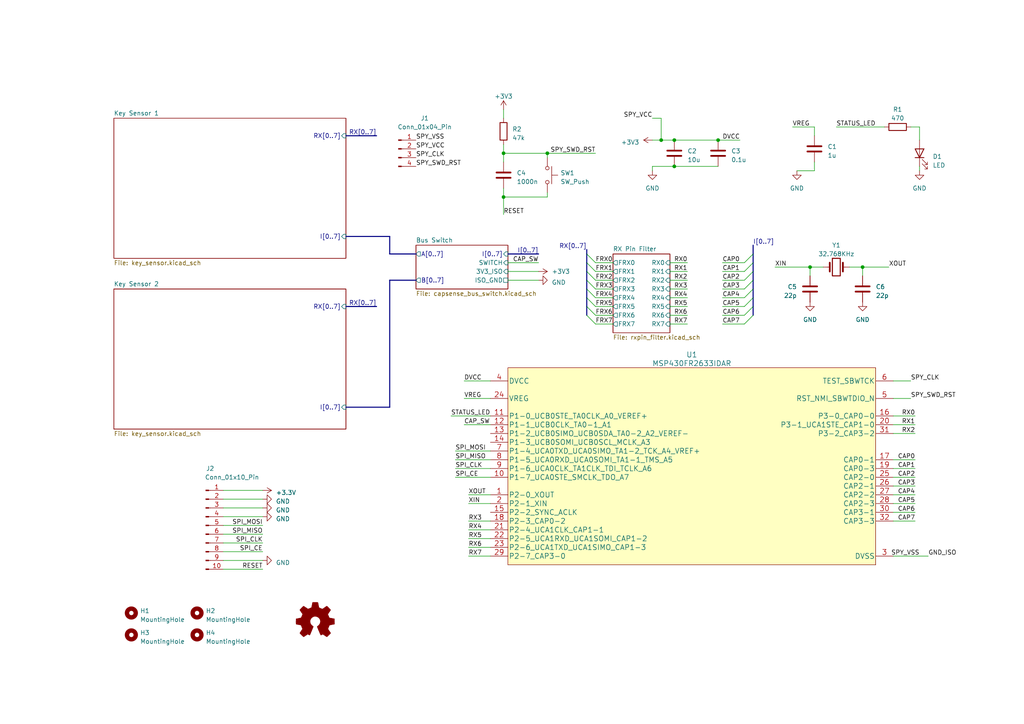
<source format=kicad_sch>
(kicad_sch (version 20230121) (generator eeschema)
  (paper "A4")
  (lib_symbols
    (symbol "2023-03-09_01-52-04:MSP430FR2633IDAR" (pin_names (offset 0.254))
      (property "Reference" "U" (at 0 34.544 0))
      (property "Value" "MSP430FR2633IDAR" (at 0 32.004 0))
      (symbol "MSP430FR2633IDAR_1_1"
        (rectangle (start -53.34 29.21) (end 53.34 -27.94) (fill (type background)))
        (pin bidirectional line (at -58.42 -7.62 0) (length 5.08) (name "P2-0_XOUT") (number "1"))
        (pin bidirectional line (at -58.42 -2.54 0) (length 5.08) (name "P1-7_UCA0STE_SMCLK_TDO_A7") (number "10"))
        (pin bidirectional line (at -58.42 15.24 0) (length 5.08) (name "P1-0_UCB0STE_TA0CLK_A0_VEREF+") (number "11"))
        (pin bidirectional line (at -58.42 12.7 0) (length 5.08) (name "P1-1_UCB0CLK_TA0-1_A1") (number "12"))
        (pin bidirectional line (at -58.42 10.16 0) (length 5.08) (name "P1-2_UCB0SIMO_UCB0SDA_TA0-2_A2_VEREF-") (number "13"))
        (pin bidirectional line (at -58.42 7.62 0) (length 5.08) (name "P1-3_UCB0SOMI_UCB0SCL_MCLK_A3") (number "14"))
        (pin bidirectional line (at -58.42 -12.7 0) (length 5.08) (name "P2-2_SYNC_ACLK") (number "15"))
        (pin bidirectional line (at 58.42 15.24 180) (length 5.08) (name "P3-0_CAP0-0") (number "16"))
        (pin unspecified line (at 58.42 2.54 180) (length 5.08) (name "CAP0-1") (number "17"))
        (pin bidirectional line (at -58.42 -15.24 0) (length 5.08) (name "P2-3_CAP0-2") (number "18"))
        (pin unspecified line (at 58.42 0 180) (length 5.08) (name "CAP0-3") (number "19"))
        (pin bidirectional line (at -58.42 -10.16 0) (length 5.08) (name "P2-1_XIN") (number "2"))
        (pin bidirectional line (at 58.42 12.7 180) (length 5.08) (name "P3-1_UCA1STE_CAP1-0") (number "20"))
        (pin bidirectional line (at -58.42 -17.78 0) (length 5.08) (name "P2-4_UCA1CLK_CAP1-1") (number "21"))
        (pin bidirectional line (at -58.42 -20.32 0) (length 5.08) (name "P2-5_UCA1RXD_UCA1SOMI_CAP1-2") (number "22"))
        (pin bidirectional line (at -58.42 -22.86 0) (length 5.08) (name "P2-6_UCA1TXD_UCA1SIMO_CAP1-3") (number "23"))
        (pin power_in line (at -58.42 20.32 0) (length 5.08) (name "VREG") (number "24"))
        (pin unspecified line (at 58.42 -2.54 180) (length 5.08) (name "CAP2-0") (number "25"))
        (pin unspecified line (at 58.42 -5.08 180) (length 5.08) (name "CAP2-1") (number "26"))
        (pin unspecified line (at 58.42 -7.62 180) (length 5.08) (name "CAP2-2") (number "27"))
        (pin unspecified line (at 58.42 -10.16 180) (length 5.08) (name "CAP2-3") (number "28"))
        (pin bidirectional line (at -58.42 -25.4 0) (length 5.08) (name "P2-7_CAP3-0") (number "29"))
        (pin power_in line (at 58.42 -25.4 180) (length 5.08) (name "DVSS") (number "3"))
        (pin unspecified line (at 58.42 -12.7 180) (length 5.08) (name "CAP3-1") (number "30"))
        (pin bidirectional line (at 58.42 10.16 180) (length 5.08) (name "P3-2_CAP3-2") (number "31"))
        (pin unspecified line (at 58.42 -15.24 180) (length 5.08) (name "CAP3-3") (number "32"))
        (pin power_in line (at -58.42 25.4 0) (length 5.08) (name "DVCC") (number "4"))
        (pin bidirectional line (at 58.42 20.32 180) (length 5.08) (name "RST_NMI_SBWTDIO_N") (number "5"))
        (pin input line (at 58.42 25.4 180) (length 5.08) (name "TEST_SBWTCK") (number "6"))
        (pin bidirectional line (at -58.42 5.08 0) (length 5.08) (name "P1-4_UCA0TXD_UCA0SIMO_TA1-2_TCK_A4_VREF+") (number "7"))
        (pin bidirectional line (at -58.42 2.54 0) (length 5.08) (name "P1-5_UCA0RXD_UCA0SOMI_TA1-1_TMS_A5") (number "8"))
        (pin bidirectional line (at -58.42 0 0) (length 5.08) (name "P1-6_UCA0CLK_TA1CLK_TDI_TCLK_A6") (number "9"))
      )
    )
    (symbol "Connector:Conn_01x04_Pin" (pin_names (offset 1.016) hide)
      (property "Reference" "J" (at 0 5.08 0))
      (property "Value" "Conn_01x04_Pin" (at 0 -7.62 0))
      (symbol "Conn_01x04_Pin_1_1"
        (polyline (pts (xy 1.27 -5.08) (xy 0.8636 -5.08)) (stroke (width 0.1524)))
        (polyline (pts (xy 1.27 -2.54) (xy 0.8636 -2.54)) (stroke (width 0.1524)))
        (polyline (pts (xy 1.27 0) (xy 0.8636 0)) (stroke (width 0.1524)))
        (polyline (pts (xy 1.27 2.54) (xy 0.8636 2.54)) (stroke (width 0.1524)))
        (rectangle (start 0.8636 -4.953) (end 0 -5.207) (stroke (width 0.1524)) (fill (type outline)))
        (rectangle (start 0.8636 -2.413) (end 0 -2.667) (stroke (width 0.1524)) (fill (type outline)))
        (rectangle (start 0.8636 0.127) (end 0 -0.127) (stroke (width 0.1524)) (fill (type outline)))
        (rectangle (start 0.8636 2.667) (end 0 2.413) (stroke (width 0.1524)) (fill (type outline)))
        (pin passive line (at 5.08 2.54 180) (length 3.81) (name "Pin_1") (number "1"))
        (pin passive line (at 5.08 0 180) (length 3.81) (name "Pin_2") (number "2"))
        (pin passive line (at 5.08 -2.54 180) (length 3.81) (name "Pin_3") (number "3"))
        (pin passive line (at 5.08 -5.08 180) (length 3.81) (name "Pin_4") (number "4"))
      )
    )
    (symbol "Connector:Conn_01x10_Pin" (pin_names (offset 1.016) hide)
      (property "Reference" "J" (at 0 12.7 0))
      (property "Value" "Conn_01x10_Pin" (at 0 -15.24 0))
      (symbol "Conn_01x10_Pin_1_1"
        (polyline (pts (xy 1.27 -12.7) (xy 0.8636 -12.7)) (stroke (width 0.1524)))
        (polyline (pts (xy 1.27 -10.16) (xy 0.8636 -10.16)) (stroke (width 0.1524)))
        (polyline (pts (xy 1.27 -7.62) (xy 0.8636 -7.62)) (stroke (width 0.1524)))
        (polyline (pts (xy 1.27 -5.08) (xy 0.8636 -5.08)) (stroke (width 0.1524)))
        (polyline (pts (xy 1.27 -2.54) (xy 0.8636 -2.54)) (stroke (width 0.1524)))
        (polyline (pts (xy 1.27 0) (xy 0.8636 0)) (stroke (width 0.1524)))
        (polyline (pts (xy 1.27 2.54) (xy 0.8636 2.54)) (stroke (width 0.1524)))
        (polyline (pts (xy 1.27 5.08) (xy 0.8636 5.08)) (stroke (width 0.1524)))
        (polyline (pts (xy 1.27 7.62) (xy 0.8636 7.62)) (stroke (width 0.1524)))
        (polyline (pts (xy 1.27 10.16) (xy 0.8636 10.16)) (stroke (width 0.1524)))
        (rectangle (start 0.8636 -12.573) (end 0 -12.827) (stroke (width 0.1524)) (fill (type outline)))
        (rectangle (start 0.8636 -10.033) (end 0 -10.287) (stroke (width 0.1524)) (fill (type outline)))
        (rectangle (start 0.8636 -7.493) (end 0 -7.747) (stroke (width 0.1524)) (fill (type outline)))
        (rectangle (start 0.8636 -4.953) (end 0 -5.207) (stroke (width 0.1524)) (fill (type outline)))
        (rectangle (start 0.8636 -2.413) (end 0 -2.667) (stroke (width 0.1524)) (fill (type outline)))
        (rectangle (start 0.8636 0.127) (end 0 -0.127) (stroke (width 0.1524)) (fill (type outline)))
        (rectangle (start 0.8636 2.667) (end 0 2.413) (stroke (width 0.1524)) (fill (type outline)))
        (rectangle (start 0.8636 5.207) (end 0 4.953) (stroke (width 0.1524)) (fill (type outline)))
        (rectangle (start 0.8636 7.747) (end 0 7.493) (stroke (width 0.1524)) (fill (type outline)))
        (rectangle (start 0.8636 10.287) (end 0 10.033) (stroke (width 0.1524)) (fill (type outline)))
        (pin passive line (at 5.08 10.16 180) (length 3.81) (name "Pin_1") (number "1"))
        (pin passive line (at 5.08 -12.7 180) (length 3.81) (name "Pin_10") (number "10"))
        (pin passive line (at 5.08 7.62 180) (length 3.81) (name "Pin_2") (number "2"))
        (pin passive line (at 5.08 5.08 180) (length 3.81) (name "Pin_3") (number "3"))
        (pin passive line (at 5.08 2.54 180) (length 3.81) (name "Pin_4") (number "4"))
        (pin passive line (at 5.08 0 180) (length 3.81) (name "Pin_5") (number "5"))
        (pin passive line (at 5.08 -2.54 180) (length 3.81) (name "Pin_6") (number "6"))
        (pin passive line (at 5.08 -5.08 180) (length 3.81) (name "Pin_7") (number "7"))
        (pin passive line (at 5.08 -7.62 180) (length 3.81) (name "Pin_8") (number "8"))
        (pin passive line (at 5.08 -10.16 180) (length 3.81) (name "Pin_9") (number "9"))
      )
    )
    (symbol "Device:C" (pin_numbers hide) (pin_names (offset 0.254))
      (property "Reference" "C" (at 0.635 2.54 0))
      (property "Value" "C" (at 0.635 -2.54 0))
      (symbol "C_0_1"
        (polyline (pts (xy -2.032 -0.762) (xy 2.032 -0.762)) (stroke (width 0.508)))
        (polyline (pts (xy -2.032 0.762) (xy 2.032 0.762)) (stroke (width 0.508)))
      )
      (symbol "C_1_1"
        (pin passive line (at 0 3.81 270) (length 2.794) (name "~") (number "1"))
        (pin passive line (at 0 -3.81 90) (length 2.794) (name "~") (number "2"))
      )
    )
    (symbol "Device:Crystal" (pin_numbers hide) (pin_names (offset 1.016) hide)
      (property "Reference" "Y" (at 0 3.81 0))
      (property "Value" "Crystal" (at 0 -3.81 0))
      (symbol "Crystal_0_1"
        (rectangle (start -1.143 2.54) (end 1.143 -2.54) (stroke (width 0.3048)))
        (polyline (pts (xy -2.54 0) (xy -1.905 0)))
        (polyline (pts (xy -1.905 -1.27) (xy -1.905 1.27)) (stroke (width 0.508)))
        (polyline (pts (xy 1.905 -1.27) (xy 1.905 1.27)) (stroke (width 0.508)))
        (polyline (pts (xy 2.54 0) (xy 1.905 0)))
      )
      (symbol "Crystal_1_1"
        (pin passive line (at -3.81 0 0) (length 1.27) (name "1") (number "1"))
        (pin passive line (at 3.81 0 180) (length 1.27) (name "2") (number "2"))
      )
    )
    (symbol "Device:LED" (pin_numbers hide) (pin_names (offset 1.016) hide)
      (property "Reference" "D" (at 0 2.54 0))
      (property "Value" "LED" (at 0 -2.54 0))
      (symbol "LED_0_1"
        (polyline (pts (xy -1.27 -1.27) (xy -1.27 1.27)) (stroke (width 0.254)))
        (polyline (pts (xy -1.27 0) (xy 1.27 0)))
        (polyline (pts (xy 1.27 -1.27) (xy 1.27 1.27) (xy -1.27 0) (xy 1.27 -1.27)) (stroke (width 0.254)))
        (polyline (pts (xy -3.048 -0.762) (xy -4.572 -2.286) (xy -3.81 -2.286) (xy -4.572 -2.286) (xy -4.572 -1.524)))
        (polyline (pts (xy -1.778 -0.762) (xy -3.302 -2.286) (xy -2.54 -2.286) (xy -3.302 -2.286) (xy -3.302 -1.524)))
      )
      (symbol "LED_1_1"
        (pin passive line (at -3.81 0 0) (length 2.54) (name "K") (number "1"))
        (pin passive line (at 3.81 0 180) (length 2.54) (name "A") (number "2"))
      )
    )
    (symbol "Device:R" (pin_numbers hide) (pin_names (offset 0))
      (property "Reference" "R" (at 2.032 0 90))
      (property "Value" "R" (at 0 0 90))
      (symbol "R_0_1"
        (rectangle (start -1.016 -2.54) (end 1.016 2.54) (stroke (width 0.254)))
      )
      (symbol "R_1_1"
        (pin passive line (at 0 3.81 270) (length 1.27) (name "~") (number "1"))
        (pin passive line (at 0 -3.81 90) (length 1.27) (name "~") (number "2"))
      )
    )
    (symbol "Graphic:Logo_Open_Hardware_Small" (in_bom no) (on_board no)
      (symbol "Logo_Open_Hardware_Small_0_1"
        (polyline (pts (xy 3.3528 -4.3434) (xy 3.302 -4.318) (xy 3.175 -4.2418) (xy 2.9972 -4.1148) (xy 2.7686 -3.9624) (xy 2.54 -3.81) (xy 2.3622 -3.7084) (xy 2.2352 -3.6068) (xy 2.1844 -3.5814) (xy 2.159 -3.6068) (xy 2.0574 -3.6576) (xy 1.905 -3.7338) (xy 1.8034 -3.7846) (xy 1.6764 -3.8354) (xy 1.6002 -3.8354) (xy 1.6002 -3.8354) (xy 1.5494 -3.7338) (xy 1.4732 -3.5306) (xy 1.3462 -3.302) (xy 1.2446 -3.0226) (xy 1.1176 -2.7178) (xy 0.9652 -2.413) (xy 0.8636 -2.1082) (xy 0.7366 -1.8288) (xy 0.6604 -1.6256) (xy 0.6096 -1.4732) (xy 0.5842 -1.397) (xy 0.5842 -1.397) (xy 0.6604 -1.3208) (xy 0.7874 -1.2446) (xy 1.0414 -1.016) (xy 1.2954 -0.6858) (xy 1.4478 -0.3302) (xy 1.524 0.0762) (xy 1.4732 0.4572) (xy 1.3208 0.8128) (xy 1.0668 1.143) (xy 0.762 1.3716) (xy 0.4064 1.524) (xy 0 1.5748) (xy -0.381 1.5494) (xy -0.7366 1.397) (xy -1.0668 1.143) (xy -1.2192 0.9906) (xy -1.397 0.6604) (xy -1.524 0.3048) (xy -1.524 0.2286) (xy -1.4986 -0.1778) (xy -1.397 -0.5334) (xy -1.1938 -0.8636) (xy -0.9144 -1.143) (xy -0.8636 -1.1684) (xy -0.7366 -1.27) (xy -0.635 -1.3462) (xy -0.5842 -1.397) (xy -1.0668 -2.5908) (xy -1.143 -2.794) (xy -1.2954 -3.1242) (xy -1.397 -3.4036) (xy -1.4986 -3.6322) (xy -1.5748 -3.7846) (xy -1.6002 -3.8354) (xy -1.6002 -3.8354) (xy -1.651 -3.8354) (xy -1.7272 -3.81) (xy -1.905 -3.7338) (xy -2.0066 -3.683) (xy -2.1336 -3.6068) (xy -2.2098 -3.5814) (xy -2.2606 -3.6068) (xy -2.3622 -3.683) (xy -2.54 -3.81) (xy -2.7686 -3.9624) (xy -2.9718 -4.0894) (xy -3.1496 -4.2164) (xy -3.302 -4.318) (xy -3.3528 -4.3434) (xy -3.3782 -4.3434) (xy -3.429 -4.318) (xy -3.5306 -4.2164) (xy -3.7084 -4.064) (xy -3.937 -3.8354) (xy -3.9624 -3.81) (xy -4.1656 -3.6068) (xy -4.318 -3.4544) (xy -4.4196 -3.3274) (xy -4.445 -3.2766) (xy -4.445 -3.2766) (xy -4.4196 -3.2258) (xy -4.318 -3.0734) (xy -4.2164 -2.8956) (xy -4.064 -2.667) (xy -3.6576 -2.0828) (xy -3.8862 -1.5494) (xy -3.937 -1.3716) (xy -4.0386 -1.1684) (xy -4.0894 -1.0414) (xy -4.1148 -0.9652) (xy -4.191 -0.9398) (xy -4.318 -0.9144) (xy -4.5466 -0.8636) (xy -4.8006 -0.8128) (xy -5.0546 -0.7874) (xy -5.2578 -0.7366) (xy -5.4356 -0.7112) (xy -5.5118 -0.6858) (xy -5.5118 -0.6858) (xy -5.5372 -0.635) (xy -5.5372 -0.5588) (xy -5.5372 -0.4318) (xy -5.5626 -0.2286) (xy -5.5626 0.0762) (xy -5.5626 0.127) (xy -5.5372 0.4064) (xy -5.5372 0.635) (xy -5.5372 0.762) (xy -5.5372 0.8382) (xy -5.5372 0.8382) (xy -5.461 0.8382) (xy -5.3086 0.889) (xy -5.08 0.9144) (xy -4.826 0.9652) (xy -4.8006 0.9906) (xy -4.5466 1.0414) (xy -4.318 1.0668) (xy -4.1656 1.1176) (xy -4.0894 1.143) (xy -4.0894 1.143) (xy -4.0386 1.2446) (xy -3.9624 1.4224) (xy -3.8608 1.6256) (xy -3.7846 1.8288) (xy -3.7084 2.0066) (xy -3.6576 2.159) (xy -3.6322 2.2098) (xy -3.6322 2.2098) (xy -3.683 2.286) (xy -3.7592 2.413) (xy -3.8862 2.5908) (xy -4.064 2.8194) (xy -4.064 2.8448) (xy -4.2164 3.0734) (xy -4.3434 3.2512) (xy -4.4196 3.3782) (xy -4.445 3.4544) (xy -4.445 3.4544) (xy -4.3942 3.5052) (xy -4.2926 3.6322) (xy -4.1148 3.81) (xy -3.937 4.0132) (xy -3.8608 4.064) (xy -3.6576 4.2926) (xy -3.5052 4.4196) (xy -3.4036 4.4958) (xy -3.3528 4.5212) (xy -3.3528 4.5212) (xy -3.302 4.4704) (xy -3.1496 4.3688) (xy -2.9718 4.2418) (xy -2.7432 4.0894) (xy -2.7178 4.0894) (xy -2.4892 3.937) (xy -2.3114 3.81) (xy -2.1844 3.7084) (xy -2.1336 3.683) (xy -2.1082 3.683) (xy -2.032 3.7084) (xy -1.8542 3.7592) (xy -1.6764 3.8354) (xy -1.4732 3.937) (xy -1.27 4.0132) (xy -1.143 4.064) (xy -1.0668 4.1148) (xy -1.0668 4.1148) (xy -1.0414 4.191) (xy -1.016 4.3434) (xy -0.9652 4.572) (xy -0.9144 4.8514) (xy -0.889 4.9022) (xy -0.8382 5.1562) (xy -0.8128 5.3848) (xy -0.7874 5.5372) (xy -0.762 5.588) (xy -0.7112 5.6134) (xy -0.5842 5.6134) (xy -0.4064 5.6134) (xy -0.1524 5.6134) (xy 0.0762 5.6134) (xy 0.3302 5.6134) (xy 0.5334 5.6134) (xy 0.6858 5.588) (xy 0.7366 5.588) (xy 0.7366 5.588) (xy 0.762 5.5118) (xy 0.8128 5.334) (xy 0.8382 5.1054) (xy 0.9144 4.826) (xy 0.9144 4.7752) (xy 0.9652 4.5212) (xy 1.016 4.2926) (xy 1.0414 4.1402) (xy 1.0668 4.0894) (xy 1.0668 4.0894) (xy 1.1938 4.0386) (xy 1.3716 3.9624) (xy 1.5748 3.8608) (xy 2.0828 3.6576) (xy 2.7178 4.0894) (xy 2.7686 4.1402) (xy 2.9972 4.2926) (xy 3.175 4.4196) (xy 3.302 4.4958) (xy 3.3782 4.5212) (xy 3.3782 4.5212) (xy 3.429 4.4704) (xy 3.556 4.3434) (xy 3.7338 4.191) (xy 3.9116 3.9878) (xy 4.064 3.8354) (xy 4.2418 3.6576) (xy 4.3434 3.556) (xy 4.4196 3.4798) (xy 4.4196 3.429) (xy 4.4196 3.4036) (xy 4.3942 3.3274) (xy 4.2926 3.2004) (xy 4.1656 2.9972) (xy 4.0132 2.794) (xy 3.8862 2.5908) (xy 3.7592 2.3876) (xy 3.6576 2.2352) (xy 3.6322 2.159) (xy 3.6322 2.1336) (xy 3.683 2.0066) (xy 3.7592 1.8288) (xy 3.8608 1.6002) (xy 4.064 1.1176) (xy 4.3942 1.0414) (xy 4.5974 1.016) (xy 4.8768 0.9652) (xy 5.1308 0.9144) (xy 5.5372 0.8382) (xy 5.5626 -0.6604) (xy 5.4864 -0.6858) (xy 5.4356 -0.6858) (xy 5.2832 -0.7366) (xy 5.0546 -0.762) (xy 4.8006 -0.8128) (xy 4.5974 -0.8636) (xy 4.3688 -0.9144) (xy 4.2164 -0.9398) (xy 4.1402 -0.9398) (xy 4.1148 -0.9652) (xy 4.064 -1.0668) (xy 3.9878 -1.2446) (xy 3.9116 -1.4478) (xy 3.81 -1.651) (xy 3.7338 -1.8542) (xy 3.683 -2.0066) (xy 3.6576 -2.0828) (xy 3.683 -2.1336) (xy 3.7846 -2.2606) (xy 3.8862 -2.4638) (xy 4.0386 -2.667) (xy 4.191 -2.8956) (xy 4.318 -3.0734) (xy 4.3942 -3.2004) (xy 4.445 -3.2766) (xy 4.4196 -3.3274) (xy 4.3434 -3.429) (xy 4.1656 -3.5814) (xy 3.937 -3.8354) (xy 3.8862 -3.8608) (xy 3.683 -4.064) (xy 3.5306 -4.2164) (xy 3.4036 -4.318) (xy 3.3528 -4.3434)) (fill (type outline)))
      )
    )
    (symbol "Mechanical:MountingHole" (pin_names (offset 1.016))
      (property "Reference" "H" (at 0 5.08 0))
      (property "Value" "MountingHole" (at 0 3.175 0))
      (symbol "MountingHole_0_1"
        (circle (center 0 0) (radius 1.27) (stroke (width 1.27)))
      )
    )
    (symbol "Switch:SW_Push" (pin_numbers hide) (pin_names (offset 1.016) hide)
      (property "Reference" "SW" (at 1.27 2.54 0))
      (property "Value" "SW_Push" (at 0 -1.524 0))
      (symbol "SW_Push_0_1"
        (circle (center -2.032 0) (radius 0.508))
        (polyline (pts (xy 0 1.27) (xy 0 3.048)))
        (polyline (pts (xy 2.54 1.27) (xy -2.54 1.27)))
        (circle (center 2.032 0) (radius 0.508))
        (pin passive line (at -5.08 0 0) (length 2.54) (name "1") (number "1"))
        (pin passive line (at 5.08 0 180) (length 2.54) (name "2") (number "2"))
      )
    )
    (symbol "power:+3.3V" (power) (pin_names (offset 0))
      (property "Value" "+3.3V" (at 0 3.556 0))
      (symbol "+3.3V_0_1"
        (polyline (pts (xy -0.762 1.27) (xy 0 2.54)))
        (polyline (pts (xy 0 0) (xy 0 2.54)))
        (polyline (pts (xy 0 2.54) (xy 0.762 1.27)))
      )
      (symbol "+3.3V_1_1"
        (pin power_in line (at 0 0 90) (length 0) hide (name "+3.3V") (number "1"))
      )
    )
    (symbol "power:+3V3" (power) (pin_names (offset 0))
      (property "Value" "+3V3" (at 0 3.556 0))
      (symbol "+3V3_0_1"
        (polyline (pts (xy -0.762 1.27) (xy 0 2.54)))
        (polyline (pts (xy 0 0) (xy 0 2.54)))
        (polyline (pts (xy 0 2.54) (xy 0.762 1.27)))
      )
      (symbol "+3V3_1_1"
        (pin power_in line (at 0 0 90) (length 0) hide (name "+3V3") (number "1"))
      )
    )
    (symbol "power:GND" (power) (pin_names (offset 0))
      (property "Value" "GND" (at 0 -3.81 0))
      (symbol "GND_0_1"
        (polyline (pts (xy 0 0) (xy 0 -1.27) (xy 1.27 -1.27) (xy 0 -2.54) (xy -1.27 -1.27) (xy 0 -1.27)))
      )
      (symbol "GND_1_1"
        (pin power_in line (at 0 0 270) (length 0) hide (name "GND") (number "1"))
      )
    )
  )
  (junction (at 195.58 48.26))
  (junction (at 146.05 44.45))
  (junction (at 208.28 40.64))
  (junction (at 250.19 77.47))
  (junction (at 158.75 44.45))
  (junction (at 191.77 40.64))
  (junction (at 234.95 77.47))
  (junction (at 146.05 57.15))
  (junction (at 195.58 40.64))
  (bus_entry (at 170.18 91.44) (size 2.54 2.54))
  (bus_entry (at 218.44 76.2) (size -2.54 2.54))
  (bus_entry (at 170.18 88.9) (size 2.54 2.54))
  (bus_entry (at 170.18 76.2) (size 2.54 2.54))
  (bus_entry (at 170.18 81.28) (size 2.54 2.54))
  (bus_entry (at 170.18 86.36) (size 2.54 2.54))
  (bus_entry (at 218.44 73.66) (size -2.54 2.54))
  (bus_entry (at 218.44 83.82) (size -2.54 2.54))
  (bus_entry (at 218.44 88.9) (size -2.54 2.54))
  (bus_entry (at 218.44 78.74) (size -2.54 2.54))
  (bus_entry (at 170.18 73.66) (size 2.54 2.54))
  (bus_entry (at 170.18 83.82) (size 2.54 2.54))
  (bus_entry (at 218.44 91.44) (size -2.54 2.54))
  (bus_entry (at 218.44 86.36) (size -2.54 2.54))
  (bus_entry (at 218.44 81.28) (size -2.54 2.54))
  (bus_entry (at 170.18 78.74) (size 2.54 2.54))
  (wire (pts (xy 191.77 34.29) (xy 191.77 40.64)))
  (wire (pts (xy 209.55 78.74) (xy 215.9 78.74)))
  (wire (pts (xy 132.08 133.35) (xy 142.24 133.35)))
  (wire (pts (xy 265.43 125.73) (xy 259.08 125.73)))
  (wire (pts (xy 246.38 77.47) (xy 250.19 77.47)))
  (wire (pts (xy 224.79 77.47) (xy 234.95 77.47)))
  (wire (pts (xy 264.16 36.83) (xy 266.7 36.83)))
  (wire (pts (xy 265.43 120.65) (xy 259.08 120.65)))
  (wire (pts (xy 265.43 135.89) (xy 259.08 135.89)))
  (wire (pts (xy 209.55 83.82) (xy 215.9 83.82)))
  (wire (pts (xy 195.58 40.64) (xy 208.28 40.64)))
  (bus (pts (xy 170.18 78.74) (xy 170.18 76.2)))
  (wire (pts (xy 146.05 44.45) (xy 146.05 46.99)))
  (bus (pts (xy 218.44 81.28) (xy 218.44 83.82)))
  (wire (pts (xy 234.95 77.47) (xy 238.76 77.47)))
  (wire (pts (xy 194.31 81.28) (xy 199.39 81.28)))
  (wire (pts (xy 172.72 76.2) (xy 177.8 76.2)))
  (wire (pts (xy 76.2 144.78) (xy 64.77 144.78)))
  (wire (pts (xy 135.89 151.13) (xy 142.24 151.13)))
  (wire (pts (xy 158.75 55.88) (xy 158.75 57.15)))
  (wire (pts (xy 194.31 88.9) (xy 199.39 88.9)))
  (wire (pts (xy 172.72 86.36) (xy 177.8 86.36)))
  (wire (pts (xy 259.08 115.57) (xy 264.16 115.57)))
  (wire (pts (xy 209.55 88.9) (xy 215.9 88.9)))
  (wire (pts (xy 194.31 91.44) (xy 199.39 91.44)))
  (wire (pts (xy 189.23 49.53) (xy 189.23 48.26)))
  (wire (pts (xy 265.43 138.43) (xy 259.08 138.43)))
  (wire (pts (xy 158.75 44.45) (xy 172.72 44.45)))
  (wire (pts (xy 135.89 143.51) (xy 142.24 143.51)))
  (wire (pts (xy 265.43 146.05) (xy 259.08 146.05)))
  (wire (pts (xy 265.43 151.13) (xy 259.08 151.13)))
  (wire (pts (xy 64.77 160.02) (xy 76.2 160.02)))
  (wire (pts (xy 76.2 165.1) (xy 64.77 165.1)))
  (wire (pts (xy 64.77 154.94) (xy 76.2 154.94)))
  (bus (pts (xy 113.03 81.28) (xy 113.03 118.11)))
  (wire (pts (xy 76.2 162.56) (xy 64.77 162.56)))
  (wire (pts (xy 265.43 123.19) (xy 259.08 123.19)))
  (wire (pts (xy 194.31 76.2) (xy 199.39 76.2)))
  (wire (pts (xy 158.75 44.45) (xy 158.75 45.72)))
  (wire (pts (xy 265.43 133.35) (xy 259.08 133.35)))
  (wire (pts (xy 266.7 36.83) (xy 266.7 40.64)))
  (wire (pts (xy 146.05 54.61) (xy 146.05 57.15)))
  (wire (pts (xy 172.72 78.74) (xy 177.8 78.74)))
  (wire (pts (xy 76.2 147.32) (xy 64.77 147.32)))
  (bus (pts (xy 113.03 73.66) (xy 113.03 68.58)))
  (bus (pts (xy 170.18 91.44) (xy 170.18 88.9)))
  (wire (pts (xy 172.72 83.82) (xy 177.8 83.82)))
  (wire (pts (xy 209.55 81.28) (xy 215.9 81.28)))
  (wire (pts (xy 242.57 36.83) (xy 256.54 36.83)))
  (wire (pts (xy 259.08 161.29) (xy 269.24 161.29)))
  (bus (pts (xy 113.03 68.58) (xy 100.33 68.58)))
  (wire (pts (xy 259.08 110.49) (xy 264.16 110.49)))
  (wire (pts (xy 135.89 161.29) (xy 142.24 161.29)))
  (bus (pts (xy 113.03 118.11) (xy 100.33 118.11)))
  (bus (pts (xy 218.44 83.82) (xy 218.44 86.36)))
  (wire (pts (xy 132.08 130.81) (xy 142.24 130.81)))
  (wire (pts (xy 147.32 76.2) (xy 156.21 76.2)))
  (wire (pts (xy 265.43 143.51) (xy 259.08 143.51)))
  (wire (pts (xy 134.62 115.57) (xy 142.24 115.57)))
  (bus (pts (xy 218.44 88.9) (xy 218.44 91.44)))
  (wire (pts (xy 134.62 123.19) (xy 142.24 123.19)))
  (wire (pts (xy 189.23 40.64) (xy 191.77 40.64)))
  (wire (pts (xy 146.05 57.15) (xy 146.05 62.23)))
  (bus (pts (xy 120.65 73.66) (xy 113.03 73.66)))
  (wire (pts (xy 236.22 49.53) (xy 236.22 46.99)))
  (bus (pts (xy 218.44 76.2) (xy 218.44 78.74)))
  (bus (pts (xy 218.44 71.12) (xy 218.44 73.66)))
  (wire (pts (xy 146.05 31.75) (xy 146.05 34.29)))
  (bus (pts (xy 147.32 73.66) (xy 156.21 73.66)))
  (wire (pts (xy 250.19 77.47) (xy 257.81 77.47)))
  (wire (pts (xy 195.58 48.26) (xy 208.28 48.26)))
  (wire (pts (xy 172.72 81.28) (xy 177.8 81.28)))
  (wire (pts (xy 265.43 148.59) (xy 259.08 148.59)))
  (wire (pts (xy 236.22 36.83) (xy 229.87 36.83)))
  (wire (pts (xy 194.31 83.82) (xy 199.39 83.82)))
  (bus (pts (xy 100.33 39.37) (xy 109.22 39.37)))
  (wire (pts (xy 231.14 49.53) (xy 236.22 49.53)))
  (wire (pts (xy 135.89 158.75) (xy 142.24 158.75)))
  (bus (pts (xy 218.44 78.74) (xy 218.44 81.28)))
  (wire (pts (xy 250.19 77.47) (xy 250.19 80.01)))
  (wire (pts (xy 64.77 157.48) (xy 76.2 157.48)))
  (bus (pts (xy 218.44 86.36) (xy 218.44 88.9)))
  (wire (pts (xy 234.95 77.47) (xy 234.95 80.01)))
  (wire (pts (xy 158.75 57.15) (xy 146.05 57.15)))
  (wire (pts (xy 194.31 78.74) (xy 199.39 78.74)))
  (wire (pts (xy 135.89 156.21) (xy 142.24 156.21)))
  (bus (pts (xy 170.18 83.82) (xy 170.18 81.28)))
  (wire (pts (xy 146.05 44.45) (xy 158.75 44.45)))
  (wire (pts (xy 132.08 138.43) (xy 142.24 138.43)))
  (bus (pts (xy 100.33 88.9) (xy 109.22 88.9)))
  (wire (pts (xy 265.43 140.97) (xy 259.08 140.97)))
  (wire (pts (xy 76.2 149.86) (xy 64.77 149.86)))
  (wire (pts (xy 191.77 40.64) (xy 195.58 40.64)))
  (wire (pts (xy 146.05 41.91) (xy 146.05 44.45)))
  (bus (pts (xy 170.18 86.36) (xy 170.18 83.82)))
  (wire (pts (xy 209.55 86.36) (xy 215.9 86.36)))
  (wire (pts (xy 189.23 48.26) (xy 195.58 48.26)))
  (wire (pts (xy 172.72 88.9) (xy 177.8 88.9)))
  (wire (pts (xy 266.7 48.26) (xy 266.7 49.53)))
  (wire (pts (xy 147.32 78.74) (xy 156.21 78.74)))
  (wire (pts (xy 209.55 76.2) (xy 215.9 76.2)))
  (wire (pts (xy 209.55 93.98) (xy 215.9 93.98)))
  (wire (pts (xy 132.08 135.89) (xy 142.24 135.89)))
  (wire (pts (xy 147.32 81.28) (xy 156.21 81.28)))
  (bus (pts (xy 170.18 81.28) (xy 170.18 78.74)))
  (bus (pts (xy 170.18 88.9) (xy 170.18 86.36)))
  (bus (pts (xy 218.44 73.66) (xy 218.44 76.2)))
  (wire (pts (xy 208.28 40.64) (xy 214.63 40.64)))
  (wire (pts (xy 236.22 39.37) (xy 236.22 36.83)))
  (wire (pts (xy 135.89 146.05) (xy 142.24 146.05)))
  (bus (pts (xy 170.18 73.66) (xy 170.18 72.39)))
  (wire (pts (xy 194.31 86.36) (xy 199.39 86.36)))
  (wire (pts (xy 172.72 93.98) (xy 177.8 93.98)))
  (wire (pts (xy 194.31 93.98) (xy 199.39 93.98)))
  (wire (pts (xy 76.2 142.24) (xy 64.77 142.24)))
  (wire (pts (xy 134.62 110.49) (xy 142.24 110.49)))
  (wire (pts (xy 209.55 91.44) (xy 215.9 91.44)))
  (wire (pts (xy 189.23 34.29) (xy 191.77 34.29)))
  (wire (pts (xy 130.81 120.65) (xy 142.24 120.65)))
  (bus (pts (xy 170.18 76.2) (xy 170.18 73.66)))
  (wire (pts (xy 135.89 153.67) (xy 142.24 153.67)))
  (bus (pts (xy 120.65 81.28) (xy 113.03 81.28)))
  (wire (pts (xy 172.72 91.44) (xy 177.8 91.44)))
  (wire (pts (xy 64.77 152.4) (xy 76.2 152.4)))
  (label "RX1" (at 199.39 78.74 180))
  (label "SPY_VSS" (at 120.65 40.64 0))
  (label "DVCC" (at 214.63 40.64 180))
  (label "DVCC" (at 134.62 110.49 0))
  (label "VREG" (at 134.62 115.57 0))
  (label "XIN" (at 135.89 146.05 0))
  (label "RX7" (at 199.39 93.98 180))
  (label "SPI_MISO" (at 76.2 154.94 180))
  (label "RX6" (at 199.39 91.44 180))
  (label "SPI_CLK" (at 132.08 135.89 0))
  (label "SPY_SWD_RST" (at 120.65 48.26 0))
  (label "SPY_SWD_RST" (at 172.72 44.45 180))
  (label "RX3" (at 199.39 83.82 180))
  (label "I[0..7]" (at 156.21 73.66 180))
  (label "RX0" (at 265.43 120.65 180))
  (label "FRX1" (at 172.72 78.74 0))
  (label "XIN" (at 224.79 77.47 0))
  (label "RX3" (at 135.89 151.13 0))
  (label "RX5" (at 135.89 156.21 0))
  (label "CAP5" (at 209.55 88.9 0))
  (label "RX2" (at 265.43 125.73 180))
  (label "RX[0..7]" (at 170.18 72.39 180))
  (label "SPI_MOSI" (at 76.2 152.4 180))
  (label "FRX5" (at 172.72 88.9 0))
  (label "CAP7" (at 265.43 151.13 180))
  (label "CAP7" (at 209.55 93.98 0))
  (label "CAP0" (at 209.55 76.2 0))
  (label "SPI_MOSI" (at 132.08 130.81 0))
  (label "CAP2" (at 209.55 81.28 0))
  (label "XOUT" (at 135.89 143.51 0))
  (label "SPY_CLK" (at 264.16 110.49 0))
  (label "RX4" (at 135.89 153.67 0))
  (label "RX5" (at 199.39 88.9 180))
  (label "SPY_VCC" (at 189.23 34.29 180))
  (label "CAP_SW" (at 156.21 76.2 180))
  (label "SPI_CE" (at 76.2 160.02 180))
  (label "CAP6" (at 265.43 148.59 180))
  (label "RESET" (at 146.05 62.23 0))
  (label "CAP4" (at 209.55 86.36 0))
  (label "FRX3" (at 172.72 83.82 0))
  (label "VREG" (at 229.87 36.83 0))
  (label "RX[0..7]" (at 109.22 39.37 180))
  (label "CAP6" (at 209.55 91.44 0))
  (label "CAP3" (at 265.43 140.97 180))
  (label "XOUT" (at 257.81 77.47 0))
  (label "SPI_MISO" (at 132.08 133.35 0))
  (label "I[0..7]" (at 218.44 71.12 0))
  (label "SPY_SWD_RST" (at 264.16 115.57 0))
  (label "CAP1" (at 265.43 135.89 180))
  (label "CAP0" (at 265.43 133.35 180))
  (label "FRX0" (at 172.72 76.2 0))
  (label "FRX2" (at 172.72 81.28 0))
  (label "CAP3" (at 209.55 83.82 0))
  (label "CAP_SW" (at 134.62 123.19 0))
  (label "CAP1" (at 209.55 78.74 0))
  (label "SPY_CLK" (at 120.65 45.72 0))
  (label "FRX6" (at 172.72 91.44 0))
  (label "STATUS_LED" (at 130.81 120.65 0))
  (label "RX7" (at 135.89 161.29 0))
  (label "FRX4" (at 172.72 86.36 0))
  (label "RX4" (at 199.39 86.36 180))
  (label "SPY_VCC" (at 120.65 43.18 0))
  (label "RX[0..7]" (at 109.22 88.9 180))
  (label "FRX7" (at 172.72 93.98 0))
  (label "RX2" (at 199.39 81.28 180))
  (label "RX6" (at 135.89 158.75 0))
  (label "SPY_VSS" (at 266.7 161.29 180))
  (label "RX0" (at 199.39 76.2 180))
  (label "GND_ISO" (at 269.24 161.29 0))
  (label "RX1" (at 265.43 123.19 180))
  (label "SPI_CE" (at 132.08 138.43 0))
  (label "CAP5" (at 265.43 146.05 180))
  (label "SPI_CLK" (at 76.2 157.48 180))
  (label "RESET" (at 76.2 165.1 180))
  (label "STATUS_LED" (at 242.57 36.83 0))
  (label "CAP2" (at 265.43 138.43 180))
  (label "CAP4" (at 265.43 143.51 180))
  (symbol (lib_id "Switch:SW_Push") (at 158.75 50.8 270) (unit 1)
    (property "Reference" "SW1" (at 162.56 50.165 90) (effects (justify left)))
    (property "Value" "SW_Push" (at 162.56 52.705 90) (effects (justify left)))
    (property "Footprint" "Button_Switch_SMD:SW_Push_SPST_NO_Alps_SKRK" (effects hide))
  )
  (symbol (lib_id "power:GND") (at 266.7 49.53 0) (unit 1)
    (property "Reference" "#PWR05" (effects hide))
    (property "Value" "GND" (at 266.7 54.61 0))
  )
  (symbol (lib_id "power:+3V3") (at 189.23 40.64 90) (unit 1)
    (property "Reference" "#PWR02" (effects hide))
    (property "Value" "+3V3" (at 185.42 41.275 90) (effects (justify left)))
  )
  (symbol (lib_id "power:+3V3") (at 156.21 78.74 270) (unit 1)
    (property "Reference" "#PWR06" (effects hide))
    (property "Value" "+3V3" (at 160.02 78.74 90) (effects (justify left)))
  )
  (symbol (lib_id "Mechanical:MountingHole") (at 57.15 177.8 0) (unit 1)
    (property "Reference" "H2" (at 59.69 177.165 0) (effects (justify left)))
    (property "Value" "MountingHole" (at 59.69 179.705 0) (effects (justify left)))
    (property "Footprint" "MountingHole:MountingHole_2.2mm_M2" (effects hide))
  )
  (symbol (lib_id "power:GND") (at 76.2 147.32 90) (unit 1)
    (property "Reference" "#PWR012" (effects hide))
    (property "Value" "GND" (at 80.01 147.955 90) (effects (justify right)))
  )
  (symbol (lib_id "power:+3V3") (at 146.05 31.75 0) (unit 1)
    (property "Reference" "#PWR01" (effects hide))
    (property "Value" "+3V3" (at 146.05 27.94 0))
  )
  (symbol (lib_id "Connector:Conn_01x04_Pin") (at 115.57 43.18 0) (unit 1)
    (property "Reference" "J1" (at 123.19 34.29 0))
    (property "Value" "Conn_01x04_Pin" (at 123.19 36.83 0))
    (property "Footprint" "Connector_PinHeader_2.54mm:PinHeader_1x04_P2.54mm_Horizontal" (effects hide))
  )
  (symbol (lib_id "Device:R") (at 260.35 36.83 90) (unit 1)
    (property "Reference" "R1" (at 260.35 31.75 90))
    (property "Value" "470" (at 260.35 34.29 90))
    (property "Footprint" "Resistor_SMD:R_0805_2012Metric" (effects hide))
  )
  (symbol (lib_id "power:GND") (at 250.19 87.63 0) (unit 1)
    (property "Reference" "#PWR09" (effects hide))
    (property "Value" "GND" (at 250.19 92.71 0))
  )
  (symbol (lib_id "Device:C") (at 146.05 50.8 0) (unit 1)
    (property "Reference" "C4" (at 149.86 50.165 0) (effects (justify left)))
    (property "Value" "1000n" (at 149.86 52.705 0) (effects (justify left)))
    (property "Footprint" "Capacitor_SMD:C_0201_0603Metric" (effects hide))
  )
  (symbol (lib_id "Device:C") (at 195.58 44.45 0) (unit 1)
    (property "Reference" "C2" (at 199.39 43.815 0) (effects (justify left)))
    (property "Value" "10u" (at 199.39 46.355 0) (effects (justify left)))
    (property "Footprint" "Capacitor_SMD:C_1206_3216Metric" (effects hide))
  )
  (symbol (lib_id "Graphic:Logo_Open_Hardware_Small") (at 91.44 180.34 0) (unit 1) (in_bom no) (on_board no)
    (property "Reference" "#SYM1" (effects hide))
    (property "Value" "Logo_Open_Hardware_Small" (effects hide))
    (property "Sim.Enable" "0" (effects hide))
  )
  (symbol (lib_id "power:GND") (at 234.95 87.63 0) (unit 1)
    (property "Reference" "#PWR08" (effects hide))
    (property "Value" "GND" (at 234.95 92.71 0))
  )
  (symbol (lib_id "Device:C") (at 208.28 44.45 0) (unit 1)
    (property "Reference" "C3" (at 212.09 43.815 0) (effects (justify left)))
    (property "Value" "0.1u" (at 212.09 46.355 0) (effects (justify left)))
    (property "Footprint" "Capacitor_SMD:C_0402_1005Metric" (effects hide))
  )
  (symbol (lib_id "Connector:Conn_01x10_Pin") (at 59.69 152.4 0) (unit 1)
    (property "Reference" "J2" (at 60.96 135.89 0))
    (property "Value" "Conn_01x10_Pin" (at 67.31 138.43 0))
    (property "Footprint" "Connector_PinHeader_2.54mm:PinHeader_1x10_P2.54mm_Vertical" (effects hide))
  )
  (symbol (lib_id "Device:C") (at 234.95 83.82 0) (mirror y) (unit 1)
    (property "Reference" "C5" (at 231.14 83.185 0) (effects (justify left)))
    (property "Value" "22p" (at 231.14 85.725 0) (effects (justify left)))
    (property "Footprint" "Capacitor_SMD:C_0402_1005Metric" (effects hide))
  )
  (symbol (lib_id "power:+3.3V") (at 76.2 142.24 270) (unit 1)
    (property "Reference" "#PWR010" (effects hide))
    (property "Value" "+3.3V" (at 80.01 142.875 90) (effects (justify left)))
  )
  (symbol (lib_id "Device:C") (at 236.22 43.18 0) (unit 1)
    (property "Reference" "C1" (at 240.03 42.545 0) (effects (justify left)))
    (property "Value" "1u" (at 240.03 45.085 0) (effects (justify left)))
    (property "Footprint" "Capacitor_SMD:C_0402_1005Metric" (effects hide))
  )
  (symbol (lib_id "2023-03-09_01-52-04:MSP430FR2633IDAR") (at 200.66 135.89 0) (unit 1)
    (property "Reference" "U1" (at 200.66 102.87 0) (effects (font (size 1.524 1.524))))
    (property "Value" "MSP430FR2633IDAR" (at 200.66 105.41 0) (effects (font (size 1.524 1.524))))
    (property "Footprint" "footprints:MSP430FR2633IDAR" (effects hide))
  )
  (symbol (lib_id "power:GND") (at 231.14 49.53 0) (unit 1)
    (property "Reference" "#PWR04" (effects hide))
    (property "Value" "GND" (at 231.14 54.61 0))
  )
  (symbol (lib_id "power:GND") (at 189.23 49.53 0) (unit 1)
    (property "Reference" "#PWR03" (effects hide))
    (property "Value" "GND" (at 189.23 54.61 0))
  )
  (symbol (lib_id "power:GND") (at 156.21 81.28 90) (unit 1)
    (property "Reference" "#PWR07" (effects hide))
    (property "Value" "GND" (at 160.02 81.915 90) (effects (justify right)))
  )
  (symbol (lib_id "Device:LED") (at 266.7 44.45 90) (unit 1)
    (property "Reference" "D1" (at 270.51 45.4025 90) (effects (justify right)))
    (property "Value" "LED" (at 270.51 47.9425 90) (effects (justify right)))
    (property "Footprint" "LED_SMD:LED_0402_1005Metric" (effects hide))
  )
  (symbol (lib_id "Mechanical:MountingHole") (at 57.15 184.15 0) (unit 1)
    (property "Reference" "H4" (at 59.69 183.515 0) (effects (justify left)))
    (property "Value" "MountingHole" (at 59.69 186.055 0) (effects (justify left)))
    (property "Footprint" "MountingHole:MountingHole_2.2mm_M2" (effects hide))
  )
  (symbol (lib_id "power:GND") (at 76.2 149.86 90) (unit 1)
    (property "Reference" "#PWR013" (effects hide))
    (property "Value" "GND" (at 80.01 150.495 90) (effects (justify right)))
  )
  (symbol (lib_id "Device:R") (at 146.05 38.1 0) (unit 1)
    (property "Reference" "R2" (at 148.59 37.465 0) (effects (justify left)))
    (property "Value" "47k" (at 148.59 40.005 0) (effects (justify left)))
    (property "Footprint" "Resistor_SMD:R_0603_1608Metric" (effects hide))
  )
  (symbol (lib_id "power:GND") (at 76.2 144.78 90) (unit 1)
    (property "Reference" "#PWR011" (effects hide))
    (property "Value" "GND" (at 80.01 145.415 90) (effects (justify right)))
  )
  (symbol (lib_id "Mechanical:MountingHole") (at 38.1 177.8 0) (unit 1)
    (property "Reference" "H1" (at 40.64 177.165 0) (effects (justify left)))
    (property "Value" "MountingHole" (at 40.64 179.705 0) (effects (justify left)))
    (property "Footprint" "MountingHole:MountingHole_2.2mm_M2" (effects hide))
  )
  (symbol (lib_id "power:GND") (at 76.2 162.56 90) (unit 1)
    (property "Reference" "#PWR014" (effects hide))
    (property "Value" "GND" (at 80.01 163.195 90) (effects (justify right)))
  )
  (symbol (lib_id "Device:Crystal") (at 242.57 77.47 0) (unit 1)
    (property "Reference" "Y1" (at 242.57 71.12 0))
    (property "Value" "32.768KHz" (at 242.57 73.66 0))
    (property "Footprint" "Crystal:Crystal_SMD_MicroCrystal_CM9V-T1A-2Pin_1.6x1.0mm" (effects hide))
  )
  (symbol (lib_id "Device:C") (at 250.19 83.82 0) (unit 1)
    (property "Reference" "C6" (at 254 83.185 0) (effects (justify left)))
    (property "Value" "22p" (at 254 85.725 0) (effects (justify left)))
    (property "Footprint" "Capacitor_SMD:C_0402_1005Metric" (effects hide))
  )
  (symbol (lib_id "Mechanical:MountingHole") (at 38.1 184.15 0) (unit 1)
    (property "Reference" "H3" (at 40.64 183.515 0) (effects (justify left)))
    (property "Value" "MountingHole" (at 40.64 186.055 0) (effects (justify left)))
    (property "Footprint" "MountingHole:MountingHole_2.2mm_M2" (effects hide))
  )
  (sheet (at 33.02 83.82) (size 67.31 40.64) (stroke (width 0.1524))
    (property "Sheetname" "Key Sensor 2" (at 33.02 83.1084 0) (effects (justify left bottom)))
    (property "Sheetfile" "key_sensor.kicad_sch" (at 33.02 125.0446 0) (effects (justify left top)))
    (pin "RX[0..7]" input (at 100.33 88.9 0))
    (pin "I[0..7]" input (at 100.33 118.11 0))
  )
  (sheet (at 177.8 73.66) (size 16.51 22.86) (stroke (width 0.1524))
    (property "Sheetname" "RX Pin Filter" (at 177.8 72.9484 0) (effects (justify left bottom)))
    (property "Sheetfile" "rxpin_filter.kicad_sch" (at 177.8 97.1046 0) (effects (justify left top)))
    (pin "FRX1" output (at 177.8 78.74 180))
    (pin "FRX2" output (at 177.8 81.28 180))
    (pin "FRX0" output (at 177.8 76.2 180))
    (pin "FRX3" output (at 177.8 83.82 180))
    (pin "RX5" input (at 194.31 88.9 0))
    (pin "RX6" input (at 194.31 91.44 0))
    (pin "RX7" input (at 194.31 93.98 0))
    (pin "RX0" input (at 194.31 76.2 0))
    (pin "RX1" input (at 194.31 78.74 0))
    (pin "RX2" input (at 194.31 81.28 0))
    (pin "RX3" input (at 194.31 83.82 0))
    (pin "RX4" input (at 194.31 86.36 0))
    (pin "FRX7" output (at 177.8 93.98 180))
    (pin "FRX6" output (at 177.8 91.44 180))
    (pin "FRX4" output (at 177.8 86.36 180))
    (pin "FRX5" output (at 177.8 88.9 180))
  )
  (sheet (at 33.02 34.29) (size 67.31 40.64) (stroke (width 0.1524))
    (property "Sheetname" "Key Sensor 1" (at 33.02 33.5784 0) (effects (justify left bottom)))
    (property "Sheetfile" "key_sensor.kicad_sch" (at 33.02 75.5146 0) (effects (justify left top)))
    (pin "RX[0..7]" input (at 100.33 39.37 0))
    (pin "I[0..7]" input (at 100.33 68.58 0))
  )
  (sheet (at 120.65 71.12) (size 26.67 12.7) (stroke (width 0.1524))
    (property "Sheetname" "Bus Switch" (at 120.65 70.4084 0) (effects (justify left bottom)))
    (property "Sheetfile" "capsense_bus_switch.kicad_sch" (at 120.65 84.4046 0) (effects (justify left top)))
    (pin "I[0..7]" input (at 147.32 73.66 0))
    (pin "3V3_ISO" input (at 147.32 78.74 0))
    (pin "ISO_GND" passive (at 147.32 81.28 0))
    (pin "A[0..7]" output (at 120.65 73.66 180))
    (pin "B[0..7]" output (at 120.65 81.28 180))
    (pin "SWITCH" input (at 147.32 76.2 0))
  )
)
</source>
